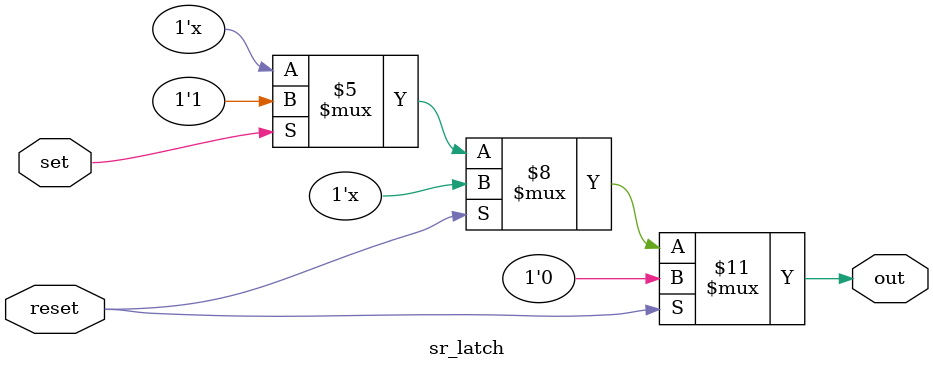
<source format=v>
`timescale 1ns / 1ps


module sr_latch(
    input set,
    input reset,
    output reg out
    );
    
always@ (*) begin
    if (reset == 1'b1)
        out = 1'b0;
    else if (set == 1'b1)
        out = 1'b1;
    else
        out = out;
end    

endmodule

</source>
